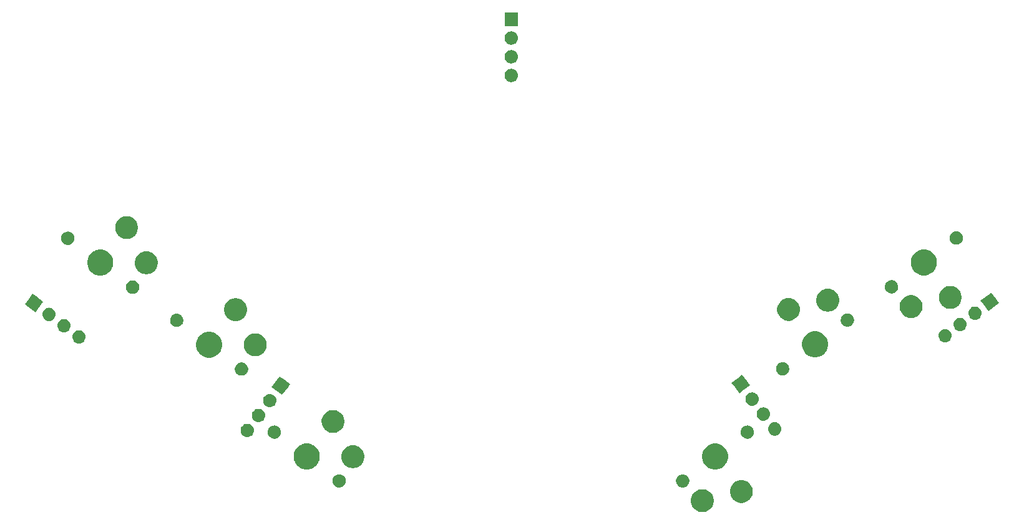
<source format=gbr>
G04 #@! TF.GenerationSoftware,KiCad,Pcbnew,(5.1.4)-1*
G04 #@! TF.CreationDate,2024-04-24T20:57:57-04:00*
G04 #@! TF.ProjectId,ThumbsUp,5468756d-6273-4557-902e-6b696361645f,rev?*
G04 #@! TF.SameCoordinates,Original*
G04 #@! TF.FileFunction,Soldermask,Top*
G04 #@! TF.FilePolarity,Negative*
%FSLAX46Y46*%
G04 Gerber Fmt 4.6, Leading zero omitted, Abs format (unit mm)*
G04 Created by KiCad (PCBNEW (5.1.4)-1) date 2024-04-24 20:57:57*
%MOMM*%
%LPD*%
G04 APERTURE LIST*
%ADD10C,0.100000*%
G04 APERTURE END LIST*
D10*
G36*
X382016214Y-32832760D02*
G01*
X382166039Y-32862562D01*
X382448303Y-32979479D01*
X382702334Y-33149217D01*
X382918370Y-33365253D01*
X383088108Y-33619284D01*
X383205025Y-33901548D01*
X383264629Y-34201198D01*
X383264629Y-34506718D01*
X383205025Y-34806368D01*
X383088108Y-35088632D01*
X382918370Y-35342663D01*
X382702334Y-35558699D01*
X382448303Y-35728437D01*
X382166039Y-35845354D01*
X382016214Y-35875156D01*
X381866390Y-35904958D01*
X381560868Y-35904958D01*
X381411044Y-35875156D01*
X381261219Y-35845354D01*
X380978955Y-35728437D01*
X380724924Y-35558699D01*
X380508888Y-35342663D01*
X380339150Y-35088632D01*
X380222233Y-34806368D01*
X380162629Y-34506718D01*
X380162629Y-34201198D01*
X380222233Y-33901548D01*
X380339150Y-33619284D01*
X380508888Y-33365253D01*
X380724924Y-33149217D01*
X380978955Y-32979479D01*
X381261219Y-32862562D01*
X381411044Y-32832760D01*
X381560868Y-32802958D01*
X381866390Y-32802958D01*
X382016214Y-32832760D01*
X382016214Y-32832760D01*
G37*
G36*
X387333384Y-31580683D02*
G01*
X387483209Y-31610485D01*
X387765473Y-31727402D01*
X388019504Y-31897140D01*
X388235540Y-32113176D01*
X388405278Y-32367207D01*
X388522195Y-32649471D01*
X388581799Y-32949121D01*
X388581799Y-33254641D01*
X388522195Y-33554291D01*
X388405278Y-33836555D01*
X388235540Y-34090586D01*
X388019504Y-34306622D01*
X387765473Y-34476360D01*
X387483209Y-34593277D01*
X387333384Y-34623079D01*
X387183560Y-34652881D01*
X386878038Y-34652881D01*
X386728214Y-34623079D01*
X386578389Y-34593277D01*
X386296125Y-34476360D01*
X386042094Y-34306622D01*
X385826058Y-34090586D01*
X385656320Y-33836555D01*
X385539403Y-33554291D01*
X385479799Y-33254641D01*
X385479799Y-32949121D01*
X385539403Y-32649471D01*
X385656320Y-32367207D01*
X385826058Y-32113176D01*
X386042094Y-31897140D01*
X386296125Y-31727402D01*
X386578389Y-31610485D01*
X386728214Y-31580683D01*
X386878038Y-31550881D01*
X387183560Y-31550881D01*
X387333384Y-31580683D01*
X387333384Y-31580683D01*
G37*
G36*
X332618447Y-30775413D02*
G01*
X332705570Y-30792742D01*
X332814993Y-30838067D01*
X332869706Y-30860730D01*
X333016428Y-30958766D01*
X333017423Y-30959431D01*
X333143047Y-31085055D01*
X333143049Y-31085058D01*
X333241748Y-31232772D01*
X333241748Y-31232773D01*
X333309736Y-31396908D01*
X333344395Y-31571154D01*
X333344395Y-31748812D01*
X333309736Y-31923058D01*
X333264411Y-32032481D01*
X333241748Y-32087194D01*
X333143712Y-32233916D01*
X333143047Y-32234911D01*
X333017423Y-32360535D01*
X333017420Y-32360537D01*
X332869706Y-32459236D01*
X332814993Y-32481899D01*
X332705570Y-32527224D01*
X332618447Y-32544554D01*
X332531326Y-32561883D01*
X332353664Y-32561883D01*
X332266543Y-32544553D01*
X332179420Y-32527224D01*
X332069997Y-32481899D01*
X332015284Y-32459236D01*
X331867570Y-32360537D01*
X331867567Y-32360535D01*
X331741943Y-32234911D01*
X331741278Y-32233916D01*
X331643242Y-32087194D01*
X331620579Y-32032481D01*
X331575254Y-31923058D01*
X331540595Y-31748812D01*
X331540595Y-31571154D01*
X331575254Y-31396908D01*
X331643242Y-31232773D01*
X331643242Y-31232772D01*
X331741941Y-31085058D01*
X331741943Y-31085055D01*
X331867567Y-30959431D01*
X331868562Y-30958766D01*
X332015284Y-30860730D01*
X332069997Y-30838067D01*
X332179420Y-30792742D01*
X332266543Y-30775413D01*
X332353664Y-30758083D01*
X332531326Y-30758083D01*
X332618447Y-30775413D01*
X332618447Y-30775413D01*
G37*
G36*
X379233457Y-30775413D02*
G01*
X379320580Y-30792742D01*
X379430003Y-30838067D01*
X379484716Y-30860730D01*
X379631438Y-30958766D01*
X379632433Y-30959431D01*
X379758057Y-31085055D01*
X379758059Y-31085058D01*
X379856758Y-31232772D01*
X379856758Y-31232773D01*
X379924746Y-31396908D01*
X379959405Y-31571154D01*
X379959405Y-31748812D01*
X379924746Y-31923058D01*
X379879421Y-32032481D01*
X379856758Y-32087194D01*
X379758722Y-32233916D01*
X379758057Y-32234911D01*
X379632433Y-32360535D01*
X379632430Y-32360537D01*
X379484716Y-32459236D01*
X379430003Y-32481899D01*
X379320580Y-32527224D01*
X379233457Y-32544554D01*
X379146336Y-32561883D01*
X378968674Y-32561883D01*
X378881553Y-32544553D01*
X378794430Y-32527224D01*
X378685007Y-32481899D01*
X378630294Y-32459236D01*
X378482580Y-32360537D01*
X378482577Y-32360535D01*
X378356953Y-32234911D01*
X378356288Y-32233916D01*
X378258252Y-32087194D01*
X378235589Y-32032481D01*
X378190264Y-31923058D01*
X378155605Y-31748812D01*
X378155605Y-31571154D01*
X378190264Y-31396908D01*
X378258252Y-31232773D01*
X378258252Y-31232772D01*
X378356951Y-31085058D01*
X378356953Y-31085055D01*
X378482577Y-30959431D01*
X378483572Y-30958766D01*
X378630294Y-30860730D01*
X378685007Y-30838067D01*
X378794430Y-30792742D01*
X378881553Y-30775413D01*
X378968674Y-30758083D01*
X379146336Y-30758083D01*
X379233457Y-30775413D01*
X379233457Y-30775413D01*
G37*
G36*
X328564976Y-26652347D02*
G01*
X328886276Y-26785434D01*
X328886278Y-26785435D01*
X328927819Y-26813192D01*
X329175440Y-26978647D01*
X329421353Y-27224560D01*
X329614566Y-27513724D01*
X329747653Y-27835024D01*
X329815500Y-28176112D01*
X329815500Y-28523888D01*
X329747653Y-28864976D01*
X329650773Y-29098864D01*
X329614565Y-29186278D01*
X329421353Y-29475440D01*
X329175440Y-29721353D01*
X328886278Y-29914565D01*
X328886277Y-29914566D01*
X328886276Y-29914566D01*
X328564976Y-30047653D01*
X328223888Y-30115500D01*
X327876112Y-30115500D01*
X327535024Y-30047653D01*
X327213724Y-29914566D01*
X327213723Y-29914566D01*
X327213722Y-29914565D01*
X326924560Y-29721353D01*
X326678647Y-29475440D01*
X326485435Y-29186278D01*
X326449227Y-29098864D01*
X326352347Y-28864976D01*
X326284500Y-28523888D01*
X326284500Y-28176112D01*
X326352347Y-27835024D01*
X326485434Y-27513724D01*
X326678647Y-27224560D01*
X326924560Y-26978647D01*
X327172181Y-26813192D01*
X327213722Y-26785435D01*
X327213724Y-26785434D01*
X327535024Y-26652347D01*
X327876112Y-26584500D01*
X328223888Y-26584500D01*
X328564976Y-26652347D01*
X328564976Y-26652347D01*
G37*
G36*
X383964976Y-26652347D02*
G01*
X384286276Y-26785434D01*
X384286278Y-26785435D01*
X384327819Y-26813192D01*
X384575440Y-26978647D01*
X384821353Y-27224560D01*
X385014566Y-27513724D01*
X385147653Y-27835024D01*
X385215500Y-28176112D01*
X385215500Y-28523888D01*
X385147653Y-28864976D01*
X385050773Y-29098864D01*
X385014565Y-29186278D01*
X384821353Y-29475440D01*
X384575440Y-29721353D01*
X384286278Y-29914565D01*
X384286277Y-29914566D01*
X384286276Y-29914566D01*
X383964976Y-30047653D01*
X383623888Y-30115500D01*
X383276112Y-30115500D01*
X382935024Y-30047653D01*
X382613724Y-29914566D01*
X382613723Y-29914566D01*
X382613722Y-29914565D01*
X382324560Y-29721353D01*
X382078647Y-29475440D01*
X381885435Y-29186278D01*
X381849227Y-29098864D01*
X381752347Y-28864976D01*
X381684500Y-28523888D01*
X381684500Y-28176112D01*
X381752347Y-27835024D01*
X381885434Y-27513724D01*
X382078647Y-27224560D01*
X382324560Y-26978647D01*
X382572181Y-26813192D01*
X382613722Y-26785435D01*
X382613724Y-26785434D01*
X382935024Y-26652347D01*
X383276112Y-26584500D01*
X383623888Y-26584500D01*
X383964976Y-26652347D01*
X383964976Y-26652347D01*
G37*
G36*
X334602569Y-26842994D02*
G01*
X334752394Y-26872796D01*
X335034658Y-26989713D01*
X335288689Y-27159451D01*
X335504725Y-27375487D01*
X335674463Y-27629518D01*
X335791380Y-27911782D01*
X335791380Y-27911783D01*
X335850984Y-28211431D01*
X335850984Y-28516953D01*
X335821182Y-28666777D01*
X335791380Y-28816602D01*
X335674463Y-29098866D01*
X335504725Y-29352897D01*
X335288689Y-29568933D01*
X335034658Y-29738671D01*
X334752394Y-29855588D01*
X334602569Y-29885390D01*
X334452745Y-29915192D01*
X334147223Y-29915192D01*
X333997399Y-29885390D01*
X333847574Y-29855588D01*
X333565310Y-29738671D01*
X333311279Y-29568933D01*
X333095243Y-29352897D01*
X332925505Y-29098866D01*
X332808588Y-28816602D01*
X332778786Y-28666777D01*
X332748984Y-28516953D01*
X332748984Y-28211431D01*
X332808588Y-27911783D01*
X332808588Y-27911782D01*
X332925505Y-27629518D01*
X333095243Y-27375487D01*
X333311279Y-27159451D01*
X333565310Y-26989713D01*
X333847574Y-26872796D01*
X333997399Y-26842994D01*
X334147223Y-26813192D01*
X334452745Y-26813192D01*
X334602569Y-26842994D01*
X334602569Y-26842994D01*
G37*
G36*
X388018447Y-24155446D02*
G01*
X388105570Y-24172776D01*
X388214993Y-24218101D01*
X388269706Y-24240764D01*
X388370998Y-24308445D01*
X388417423Y-24339465D01*
X388543047Y-24465089D01*
X388543049Y-24465092D01*
X388641748Y-24612806D01*
X388664411Y-24667519D01*
X388709736Y-24776942D01*
X388744395Y-24951188D01*
X388744395Y-25128846D01*
X388709736Y-25303092D01*
X388664411Y-25412515D01*
X388641748Y-25467228D01*
X388543712Y-25613950D01*
X388543047Y-25614945D01*
X388417423Y-25740569D01*
X388417420Y-25740571D01*
X388269706Y-25839270D01*
X388214993Y-25861933D01*
X388105570Y-25907258D01*
X388018447Y-25924587D01*
X387931326Y-25941917D01*
X387753664Y-25941917D01*
X387666543Y-25924587D01*
X387579420Y-25907258D01*
X387469997Y-25861933D01*
X387415284Y-25839270D01*
X387267570Y-25740571D01*
X387267567Y-25740569D01*
X387141943Y-25614945D01*
X387141278Y-25613950D01*
X387043242Y-25467228D01*
X387020579Y-25412515D01*
X386975254Y-25303092D01*
X386940595Y-25128846D01*
X386940595Y-24951188D01*
X386975254Y-24776942D01*
X387020579Y-24667519D01*
X387043242Y-24612806D01*
X387141941Y-24465092D01*
X387141943Y-24465089D01*
X387267567Y-24339465D01*
X387313992Y-24308445D01*
X387415284Y-24240764D01*
X387469997Y-24218101D01*
X387579420Y-24172776D01*
X387666543Y-24155446D01*
X387753664Y-24138117D01*
X387931326Y-24138117D01*
X388018447Y-24155446D01*
X388018447Y-24155446D01*
G37*
G36*
X323833457Y-24155446D02*
G01*
X323920580Y-24172776D01*
X324030003Y-24218101D01*
X324084716Y-24240764D01*
X324186008Y-24308445D01*
X324232433Y-24339465D01*
X324358057Y-24465089D01*
X324358059Y-24465092D01*
X324456758Y-24612806D01*
X324479421Y-24667519D01*
X324524746Y-24776942D01*
X324559405Y-24951188D01*
X324559405Y-25128846D01*
X324524746Y-25303092D01*
X324479421Y-25412515D01*
X324456758Y-25467228D01*
X324358722Y-25613950D01*
X324358057Y-25614945D01*
X324232433Y-25740569D01*
X324232430Y-25740571D01*
X324084716Y-25839270D01*
X324030003Y-25861933D01*
X323920580Y-25907258D01*
X323833457Y-25924587D01*
X323746336Y-25941917D01*
X323568674Y-25941917D01*
X323481553Y-25924587D01*
X323394430Y-25907258D01*
X323285007Y-25861933D01*
X323230294Y-25839270D01*
X323082580Y-25740571D01*
X323082577Y-25740569D01*
X322956953Y-25614945D01*
X322956288Y-25613950D01*
X322858252Y-25467228D01*
X322835589Y-25412515D01*
X322790264Y-25303092D01*
X322755605Y-25128846D01*
X322755605Y-24951188D01*
X322790264Y-24776942D01*
X322835589Y-24667519D01*
X322858252Y-24612806D01*
X322956951Y-24465092D01*
X322956953Y-24465089D01*
X323082577Y-24339465D01*
X323129002Y-24308445D01*
X323230294Y-24240764D01*
X323285007Y-24218101D01*
X323394430Y-24172776D01*
X323481553Y-24155446D01*
X323568674Y-24138117D01*
X323746336Y-24138117D01*
X323833457Y-24155446D01*
X323833457Y-24155446D01*
G37*
G36*
X320094726Y-23916954D02*
G01*
X320160911Y-23923473D01*
X320330750Y-23974993D01*
X320487275Y-24058658D01*
X320523013Y-24087988D01*
X320624470Y-24171250D01*
X320702530Y-24266368D01*
X320737062Y-24308445D01*
X320820727Y-24464970D01*
X320872247Y-24634809D01*
X320889643Y-24811436D01*
X320872247Y-24988063D01*
X320820727Y-25157902D01*
X320737062Y-25314427D01*
X320707732Y-25350165D01*
X320624470Y-25451622D01*
X320548663Y-25513834D01*
X320487275Y-25564214D01*
X320330750Y-25647879D01*
X320160911Y-25699399D01*
X320094727Y-25705917D01*
X320028544Y-25712436D01*
X319940024Y-25712436D01*
X319873842Y-25705918D01*
X319807657Y-25699399D01*
X319637818Y-25647879D01*
X319481293Y-25564214D01*
X319419905Y-25513834D01*
X319344098Y-25451622D01*
X319260836Y-25350165D01*
X319231506Y-25314427D01*
X319147841Y-25157902D01*
X319096321Y-24988063D01*
X319078925Y-24811436D01*
X319096321Y-24634809D01*
X319147841Y-24464970D01*
X319231506Y-24308445D01*
X319266038Y-24266368D01*
X319344098Y-24171250D01*
X319445555Y-24087988D01*
X319481293Y-24058658D01*
X319637818Y-23974993D01*
X319807657Y-23923473D01*
X319873841Y-23916955D01*
X319940024Y-23910436D01*
X320028544Y-23910436D01*
X320094726Y-23916954D01*
X320094726Y-23916954D01*
G37*
G36*
X391654085Y-23718352D02*
G01*
X391720270Y-23724871D01*
X391890109Y-23776391D01*
X392046634Y-23860056D01*
X392082372Y-23889386D01*
X392183829Y-23972648D01*
X392267091Y-24074105D01*
X392296421Y-24109843D01*
X392380086Y-24266368D01*
X392431606Y-24436207D01*
X392449002Y-24612834D01*
X392431606Y-24789461D01*
X392380086Y-24959300D01*
X392296421Y-25115825D01*
X392285733Y-25128848D01*
X392183829Y-25253020D01*
X392109003Y-25314427D01*
X392046634Y-25365612D01*
X391890109Y-25449277D01*
X391720270Y-25500797D01*
X391654086Y-25507315D01*
X391587903Y-25513834D01*
X391499383Y-25513834D01*
X391433200Y-25507315D01*
X391367016Y-25500797D01*
X391197177Y-25449277D01*
X391040652Y-25365612D01*
X390978283Y-25314427D01*
X390903457Y-25253020D01*
X390801553Y-25128848D01*
X390790865Y-25115825D01*
X390707200Y-24959300D01*
X390655680Y-24789461D01*
X390638284Y-24612834D01*
X390655680Y-24436207D01*
X390707200Y-24266368D01*
X390790865Y-24109843D01*
X390820195Y-24074105D01*
X390903457Y-23972648D01*
X391004914Y-23889386D01*
X391040652Y-23860056D01*
X391197177Y-23776391D01*
X391367016Y-23724871D01*
X391433201Y-23718352D01*
X391499383Y-23711834D01*
X391587903Y-23711834D01*
X391654085Y-23718352D01*
X391654085Y-23718352D01*
G37*
G36*
X331933384Y-22076921D02*
G01*
X332083209Y-22106723D01*
X332365473Y-22223640D01*
X332619504Y-22393378D01*
X332835540Y-22609414D01*
X333005278Y-22863445D01*
X333122195Y-23145709D01*
X333122195Y-23145710D01*
X333181799Y-23445358D01*
X333181799Y-23750880D01*
X333176724Y-23776392D01*
X333122195Y-24050529D01*
X333005278Y-24332793D01*
X332835540Y-24586824D01*
X332619504Y-24802860D01*
X332365473Y-24972598D01*
X332083209Y-25089515D01*
X331950939Y-25115825D01*
X331783560Y-25149119D01*
X331478038Y-25149119D01*
X331310659Y-25115825D01*
X331178389Y-25089515D01*
X330896125Y-24972598D01*
X330642094Y-24802860D01*
X330426058Y-24586824D01*
X330256320Y-24332793D01*
X330139403Y-24050529D01*
X330084874Y-23776392D01*
X330079799Y-23750880D01*
X330079799Y-23445358D01*
X330139403Y-23145710D01*
X330139403Y-23145709D01*
X330256320Y-22863445D01*
X330426058Y-22609414D01*
X330642094Y-22393378D01*
X330896125Y-22223640D01*
X331178389Y-22106723D01*
X331328214Y-22076921D01*
X331478038Y-22047119D01*
X331783560Y-22047119D01*
X331933384Y-22076921D01*
X331933384Y-22076921D01*
G37*
G36*
X321623337Y-21888420D02*
G01*
X321689521Y-21894938D01*
X321859360Y-21946458D01*
X322015885Y-22030123D01*
X322051623Y-22059453D01*
X322153080Y-22142715D01*
X322231140Y-22237833D01*
X322265672Y-22279910D01*
X322349337Y-22436435D01*
X322400857Y-22606274D01*
X322418253Y-22782901D01*
X322400857Y-22959528D01*
X322349337Y-23129367D01*
X322265672Y-23285892D01*
X322236342Y-23321630D01*
X322153080Y-23423087D01*
X322077273Y-23485299D01*
X322015885Y-23535679D01*
X321859360Y-23619344D01*
X321689521Y-23670864D01*
X321623337Y-23677382D01*
X321557154Y-23683901D01*
X321468634Y-23683901D01*
X321402452Y-23677383D01*
X321336267Y-23670864D01*
X321166428Y-23619344D01*
X321009903Y-23535679D01*
X320948515Y-23485299D01*
X320872708Y-23423087D01*
X320789446Y-23321630D01*
X320760116Y-23285892D01*
X320676451Y-23129367D01*
X320624931Y-22959528D01*
X320607535Y-22782901D01*
X320624931Y-22606274D01*
X320676451Y-22436435D01*
X320760116Y-22279910D01*
X320794648Y-22237833D01*
X320872708Y-22142715D01*
X320974165Y-22059453D01*
X321009903Y-22030123D01*
X321166428Y-21946458D01*
X321336267Y-21894938D01*
X321402451Y-21888420D01*
X321468634Y-21881901D01*
X321557154Y-21881901D01*
X321623337Y-21888420D01*
X321623337Y-21888420D01*
G37*
G36*
X390125476Y-21689818D02*
G01*
X390191660Y-21696336D01*
X390361499Y-21747856D01*
X390518024Y-21831521D01*
X390553762Y-21860851D01*
X390655219Y-21944113D01*
X390738481Y-22045570D01*
X390767811Y-22081308D01*
X390851476Y-22237833D01*
X390902996Y-22407672D01*
X390920392Y-22584299D01*
X390902996Y-22760926D01*
X390851476Y-22930765D01*
X390767811Y-23087290D01*
X390738481Y-23123028D01*
X390655219Y-23224485D01*
X390580393Y-23285892D01*
X390518024Y-23337077D01*
X390361499Y-23420742D01*
X390191660Y-23472262D01*
X390125476Y-23478780D01*
X390059293Y-23485299D01*
X389970773Y-23485299D01*
X389904590Y-23478780D01*
X389838406Y-23472262D01*
X389668567Y-23420742D01*
X389512042Y-23337077D01*
X389449673Y-23285892D01*
X389374847Y-23224485D01*
X389291585Y-23123028D01*
X389262255Y-23087290D01*
X389178590Y-22930765D01*
X389127070Y-22760926D01*
X389109674Y-22584299D01*
X389127070Y-22407672D01*
X389178590Y-22237833D01*
X389262255Y-22081308D01*
X389291585Y-22045570D01*
X389374847Y-21944113D01*
X389476304Y-21860851D01*
X389512042Y-21831521D01*
X389668567Y-21747856D01*
X389838406Y-21696336D01*
X389904590Y-21689818D01*
X389970773Y-21683299D01*
X390059293Y-21683299D01*
X390125476Y-21689818D01*
X390125476Y-21689818D01*
G37*
G36*
X323151946Y-19859885D02*
G01*
X323218131Y-19866404D01*
X323387970Y-19917924D01*
X323544495Y-20001589D01*
X323580233Y-20030919D01*
X323681690Y-20114181D01*
X323759750Y-20209299D01*
X323794282Y-20251376D01*
X323877947Y-20407901D01*
X323929467Y-20577740D01*
X323946863Y-20754367D01*
X323929467Y-20930994D01*
X323877947Y-21100833D01*
X323794282Y-21257358D01*
X323764952Y-21293096D01*
X323681690Y-21394553D01*
X323605883Y-21456765D01*
X323544495Y-21507145D01*
X323387970Y-21590810D01*
X323218131Y-21642330D01*
X323151947Y-21648848D01*
X323085764Y-21655367D01*
X322997244Y-21655367D01*
X322931061Y-21648848D01*
X322864877Y-21642330D01*
X322695038Y-21590810D01*
X322538513Y-21507145D01*
X322477125Y-21456765D01*
X322401318Y-21394553D01*
X322318056Y-21293096D01*
X322288726Y-21257358D01*
X322205061Y-21100833D01*
X322153541Y-20930994D01*
X322136145Y-20754367D01*
X322153541Y-20577740D01*
X322205061Y-20407901D01*
X322288726Y-20251376D01*
X322323258Y-20209299D01*
X322401318Y-20114181D01*
X322502775Y-20030919D01*
X322538513Y-20001589D01*
X322695038Y-19917924D01*
X322864877Y-19866404D01*
X322931061Y-19859886D01*
X322997244Y-19853367D01*
X323085764Y-19853367D01*
X323151946Y-19859885D01*
X323151946Y-19859885D01*
G37*
G36*
X388596865Y-19661283D02*
G01*
X388663050Y-19667802D01*
X388832889Y-19719322D01*
X388989414Y-19802987D01*
X389025152Y-19832317D01*
X389126609Y-19915579D01*
X389209871Y-20017036D01*
X389239201Y-20052774D01*
X389322866Y-20209299D01*
X389374386Y-20379138D01*
X389391782Y-20555765D01*
X389374386Y-20732392D01*
X389322866Y-20902231D01*
X389239201Y-21058756D01*
X389209871Y-21094494D01*
X389126609Y-21195951D01*
X389051783Y-21257358D01*
X388989414Y-21308543D01*
X388832889Y-21392208D01*
X388663050Y-21443728D01*
X388596865Y-21450247D01*
X388530683Y-21456765D01*
X388442163Y-21456765D01*
X388375981Y-21450247D01*
X388309796Y-21443728D01*
X388139957Y-21392208D01*
X387983432Y-21308543D01*
X387921063Y-21257358D01*
X387846237Y-21195951D01*
X387762975Y-21094494D01*
X387733645Y-21058756D01*
X387649980Y-20902231D01*
X387598460Y-20732392D01*
X387581064Y-20555765D01*
X387598460Y-20379138D01*
X387649980Y-20209299D01*
X387733645Y-20052774D01*
X387762975Y-20017036D01*
X387846237Y-19915579D01*
X387947694Y-19832317D01*
X387983432Y-19802987D01*
X388139957Y-19719322D01*
X388309796Y-19667802D01*
X388375980Y-19661284D01*
X388442163Y-19654765D01*
X388530683Y-19654765D01*
X388596865Y-19661283D01*
X388596865Y-19661283D01*
G37*
G36*
X325011220Y-17930056D02*
G01*
X325831920Y-18548497D01*
X325831920Y-18548498D01*
X325564657Y-18903168D01*
X324747450Y-19987639D01*
X324747449Y-19987639D01*
X324129008Y-19521610D01*
X323308308Y-18903169D01*
X323308308Y-18903168D01*
X323774337Y-18284727D01*
X324392778Y-17464027D01*
X324392779Y-17464027D01*
X325011220Y-17930056D01*
X325011220Y-17930056D01*
G37*
G36*
X387753590Y-18086125D02*
G01*
X388219619Y-18704566D01*
X388219619Y-18704567D01*
X387398919Y-19323008D01*
X386780478Y-19789037D01*
X386780477Y-19789037D01*
X385963270Y-18704566D01*
X385696007Y-18349896D01*
X385696007Y-18349895D01*
X386516707Y-17731454D01*
X387135148Y-17265425D01*
X387135149Y-17265425D01*
X387753590Y-18086125D01*
X387753590Y-18086125D01*
G37*
G36*
X319375711Y-15586652D02*
G01*
X319462834Y-15603982D01*
X319548264Y-15639369D01*
X319626970Y-15671970D01*
X319725893Y-15738068D01*
X319774687Y-15770671D01*
X319900311Y-15896295D01*
X319900313Y-15896298D01*
X319999012Y-16044012D01*
X319999012Y-16044013D01*
X320067000Y-16208148D01*
X320067000Y-16208150D01*
X320095175Y-16349793D01*
X320101659Y-16382394D01*
X320101659Y-16560052D01*
X320067000Y-16734298D01*
X320021675Y-16843721D01*
X319999012Y-16898434D01*
X319922096Y-17013547D01*
X319900311Y-17046151D01*
X319774687Y-17171775D01*
X319774684Y-17171777D01*
X319626970Y-17270476D01*
X319572257Y-17293139D01*
X319462834Y-17338464D01*
X319375711Y-17355793D01*
X319288590Y-17373123D01*
X319110928Y-17373123D01*
X319023807Y-17355793D01*
X318936684Y-17338464D01*
X318827261Y-17293139D01*
X318772548Y-17270476D01*
X318624834Y-17171777D01*
X318624831Y-17171775D01*
X318499207Y-17046151D01*
X318477422Y-17013547D01*
X318400506Y-16898434D01*
X318377843Y-16843721D01*
X318332518Y-16734298D01*
X318297859Y-16560052D01*
X318297859Y-16382394D01*
X318304344Y-16349793D01*
X318332518Y-16208150D01*
X318332518Y-16208148D01*
X318400506Y-16044013D01*
X318400506Y-16044012D01*
X318499205Y-15896298D01*
X318499207Y-15896295D01*
X318624831Y-15770671D01*
X318673625Y-15738068D01*
X318772548Y-15671970D01*
X318851254Y-15639369D01*
X318936684Y-15603982D01*
X319023807Y-15586652D01*
X319110928Y-15569323D01*
X319288590Y-15569323D01*
X319375711Y-15586652D01*
X319375711Y-15586652D01*
G37*
G36*
X392798488Y-15554051D02*
G01*
X392885611Y-15571381D01*
X392995034Y-15616706D01*
X393049747Y-15639369D01*
X393196469Y-15737405D01*
X393197464Y-15738070D01*
X393323088Y-15863694D01*
X393323090Y-15863697D01*
X393421789Y-16011411D01*
X393421789Y-16011412D01*
X393489777Y-16175547D01*
X393496262Y-16208150D01*
X393524436Y-16349791D01*
X393524436Y-16527453D01*
X393517951Y-16560054D01*
X393489777Y-16701697D01*
X393444452Y-16811120D01*
X393421789Y-16865833D01*
X393323753Y-17012555D01*
X393323088Y-17013550D01*
X393197464Y-17139174D01*
X393197461Y-17139176D01*
X393049747Y-17237875D01*
X392995034Y-17260538D01*
X392885611Y-17305863D01*
X392798488Y-17323193D01*
X392711367Y-17340522D01*
X392533705Y-17340522D01*
X392446584Y-17323193D01*
X392359461Y-17305863D01*
X392250038Y-17260538D01*
X392195325Y-17237875D01*
X392047611Y-17139176D01*
X392047608Y-17139174D01*
X391921984Y-17013550D01*
X391921319Y-17012555D01*
X391823283Y-16865833D01*
X391800620Y-16811120D01*
X391755295Y-16701697D01*
X391727121Y-16560054D01*
X391720636Y-16527453D01*
X391720636Y-16349791D01*
X391748810Y-16208150D01*
X391755295Y-16175547D01*
X391823283Y-16011412D01*
X391823283Y-16011411D01*
X391921982Y-15863697D01*
X391921984Y-15863694D01*
X392047608Y-15738070D01*
X392048603Y-15737405D01*
X392195325Y-15639369D01*
X392250038Y-15616706D01*
X392359461Y-15571381D01*
X392446584Y-15554051D01*
X392533705Y-15536722D01*
X392711367Y-15536722D01*
X392798488Y-15554051D01*
X392798488Y-15554051D01*
G37*
G36*
X315322240Y-11463587D02*
G01*
X315643540Y-11596674D01*
X315643542Y-11596675D01*
X315932704Y-11789887D01*
X316178617Y-12035800D01*
X316351391Y-12294374D01*
X316371830Y-12324964D01*
X316504917Y-12646264D01*
X316572764Y-12987352D01*
X316572764Y-13335128D01*
X316504917Y-13676216D01*
X316408037Y-13910104D01*
X316371829Y-13997518D01*
X316178617Y-14286680D01*
X315932704Y-14532593D01*
X315643542Y-14725805D01*
X315643541Y-14725806D01*
X315643540Y-14725806D01*
X315322240Y-14858893D01*
X314981152Y-14926740D01*
X314633376Y-14926740D01*
X314292288Y-14858893D01*
X313970988Y-14725806D01*
X313970987Y-14725806D01*
X313970986Y-14725805D01*
X313681824Y-14532593D01*
X313435911Y-14286680D01*
X313242699Y-13997518D01*
X313206491Y-13910104D01*
X313109611Y-13676216D01*
X313041764Y-13335128D01*
X313041764Y-12987352D01*
X313109611Y-12646264D01*
X313242698Y-12324964D01*
X313263138Y-12294374D01*
X313435911Y-12035800D01*
X313681824Y-11789887D01*
X313970986Y-11596675D01*
X313970988Y-11596674D01*
X314292288Y-11463587D01*
X314633376Y-11395740D01*
X314981152Y-11395740D01*
X315322240Y-11463587D01*
X315322240Y-11463587D01*
G37*
G36*
X397530007Y-11430986D02*
G01*
X397851307Y-11564073D01*
X397851309Y-11564074D01*
X398140471Y-11757286D01*
X398386384Y-12003199D01*
X398509014Y-12186727D01*
X398579597Y-12292363D01*
X398712684Y-12613663D01*
X398780531Y-12954751D01*
X398780531Y-13302527D01*
X398712684Y-13643615D01*
X398579597Y-13964915D01*
X398579596Y-13964917D01*
X398386384Y-14254079D01*
X398140471Y-14499992D01*
X397851309Y-14693204D01*
X397851308Y-14693205D01*
X397851307Y-14693205D01*
X397530007Y-14826292D01*
X397188919Y-14894139D01*
X396841143Y-14894139D01*
X396500055Y-14826292D01*
X396178755Y-14693205D01*
X396178754Y-14693205D01*
X396178753Y-14693204D01*
X395889591Y-14499992D01*
X395643678Y-14254079D01*
X395450466Y-13964917D01*
X395450465Y-13964915D01*
X395317378Y-13643615D01*
X395249531Y-13302527D01*
X395249531Y-12954751D01*
X395317378Y-12613663D01*
X395450465Y-12292363D01*
X395521049Y-12186727D01*
X395643678Y-12003199D01*
X395889591Y-11757286D01*
X396178753Y-11564074D01*
X396178755Y-11564073D01*
X396500055Y-11430986D01*
X396841143Y-11363139D01*
X397188919Y-11363139D01*
X397530007Y-11430986D01*
X397530007Y-11430986D01*
G37*
G36*
X321359833Y-11654234D02*
G01*
X321509658Y-11684036D01*
X321791922Y-11800953D01*
X322045953Y-11970691D01*
X322261989Y-12186727D01*
X322431727Y-12440758D01*
X322548644Y-12723022D01*
X322548644Y-12723023D01*
X322608248Y-13022671D01*
X322608248Y-13328193D01*
X322578446Y-13478017D01*
X322548644Y-13627842D01*
X322431727Y-13910106D01*
X322261989Y-14164137D01*
X322045953Y-14380173D01*
X321791922Y-14549911D01*
X321509658Y-14666828D01*
X321377057Y-14693204D01*
X321210009Y-14726432D01*
X320904487Y-14726432D01*
X320737439Y-14693204D01*
X320604838Y-14666828D01*
X320322574Y-14549911D01*
X320068543Y-14380173D01*
X319852507Y-14164137D01*
X319682769Y-13910106D01*
X319565852Y-13627842D01*
X319536050Y-13478017D01*
X319506248Y-13328193D01*
X319506248Y-13022671D01*
X319565852Y-12723023D01*
X319565852Y-12723022D01*
X319682769Y-12440758D01*
X319852507Y-12186727D01*
X320068543Y-11970691D01*
X320322574Y-11800953D01*
X320604838Y-11684036D01*
X320754663Y-11654234D01*
X320904487Y-11624432D01*
X321210009Y-11624432D01*
X321359833Y-11654234D01*
X321359833Y-11654234D01*
G37*
G36*
X297253061Y-11207030D02*
G01*
X297319245Y-11213548D01*
X297489084Y-11265068D01*
X297645609Y-11348733D01*
X297681347Y-11378063D01*
X297782804Y-11461325D01*
X297866066Y-11562782D01*
X297895396Y-11598520D01*
X297979061Y-11755045D01*
X298030581Y-11924884D01*
X298047977Y-12101511D01*
X298030581Y-12278138D01*
X297979061Y-12447977D01*
X297895396Y-12604502D01*
X297866066Y-12640240D01*
X297782804Y-12741697D01*
X297681347Y-12824959D01*
X297645609Y-12854289D01*
X297489084Y-12937954D01*
X297319245Y-12989474D01*
X297253061Y-12995992D01*
X297186878Y-13002511D01*
X297098358Y-13002511D01*
X297032175Y-12995992D01*
X296965991Y-12989474D01*
X296796152Y-12937954D01*
X296639627Y-12854289D01*
X296603889Y-12824959D01*
X296502432Y-12741697D01*
X296419170Y-12640240D01*
X296389840Y-12604502D01*
X296306175Y-12447977D01*
X296254655Y-12278138D01*
X296237259Y-12101511D01*
X296254655Y-11924884D01*
X296306175Y-11755045D01*
X296389840Y-11598520D01*
X296419170Y-11562782D01*
X296502432Y-11461325D01*
X296603889Y-11378063D01*
X296639627Y-11348733D01*
X296796152Y-11265068D01*
X296965991Y-11213548D01*
X297032175Y-11207030D01*
X297098358Y-11200511D01*
X297186878Y-11200511D01*
X297253061Y-11207030D01*
X297253061Y-11207030D01*
G37*
G36*
X414775584Y-11053425D02*
G01*
X414841768Y-11059943D01*
X415011607Y-11111463D01*
X415168132Y-11195128D01*
X415203870Y-11224458D01*
X415305327Y-11307720D01*
X415377562Y-11395740D01*
X415417919Y-11444915D01*
X415501584Y-11601440D01*
X415553104Y-11771279D01*
X415570500Y-11947906D01*
X415553104Y-12124533D01*
X415501584Y-12294372D01*
X415417919Y-12450897D01*
X415388589Y-12486635D01*
X415305327Y-12588092D01*
X415203870Y-12671354D01*
X415168132Y-12700684D01*
X415011607Y-12784349D01*
X414841768Y-12835869D01*
X414775583Y-12842388D01*
X414709401Y-12848906D01*
X414620881Y-12848906D01*
X414554699Y-12842388D01*
X414488514Y-12835869D01*
X414318675Y-12784349D01*
X414162150Y-12700684D01*
X414126412Y-12671354D01*
X414024955Y-12588092D01*
X413941693Y-12486635D01*
X413912363Y-12450897D01*
X413828698Y-12294372D01*
X413777178Y-12124533D01*
X413759782Y-11947906D01*
X413777178Y-11771279D01*
X413828698Y-11601440D01*
X413912363Y-11444915D01*
X413952720Y-11395740D01*
X414024955Y-11307720D01*
X414126412Y-11224458D01*
X414162150Y-11195128D01*
X414318675Y-11111463D01*
X414488514Y-11059943D01*
X414554698Y-11053425D01*
X414620881Y-11046906D01*
X414709401Y-11046906D01*
X414775584Y-11053425D01*
X414775584Y-11053425D01*
G37*
G36*
X295224526Y-9678420D02*
G01*
X295290710Y-9684938D01*
X295460549Y-9736458D01*
X295617074Y-9820123D01*
X295652812Y-9849453D01*
X295754269Y-9932715D01*
X295837531Y-10034172D01*
X295866861Y-10069910D01*
X295950526Y-10226435D01*
X296002046Y-10396274D01*
X296019442Y-10572901D01*
X296002046Y-10749528D01*
X295950526Y-10919367D01*
X295866861Y-11075892D01*
X295837668Y-11111463D01*
X295754269Y-11213087D01*
X295652812Y-11296349D01*
X295617074Y-11325679D01*
X295460549Y-11409344D01*
X295290710Y-11460864D01*
X295224525Y-11467383D01*
X295158343Y-11473901D01*
X295069823Y-11473901D01*
X295003641Y-11467383D01*
X294937456Y-11460864D01*
X294767617Y-11409344D01*
X294611092Y-11325679D01*
X294575354Y-11296349D01*
X294473897Y-11213087D01*
X294390498Y-11111463D01*
X294361305Y-11075892D01*
X294277640Y-10919367D01*
X294226120Y-10749528D01*
X294208724Y-10572901D01*
X294226120Y-10396274D01*
X294277640Y-10226435D01*
X294361305Y-10069910D01*
X294390635Y-10034172D01*
X294473897Y-9932715D01*
X294575354Y-9849453D01*
X294611092Y-9820123D01*
X294767617Y-9736458D01*
X294937456Y-9684938D01*
X295003640Y-9678420D01*
X295069823Y-9671901D01*
X295158343Y-9671901D01*
X295224526Y-9678420D01*
X295224526Y-9678420D01*
G37*
G36*
X416804118Y-9524814D02*
G01*
X416870303Y-9531333D01*
X417040142Y-9582853D01*
X417196667Y-9666518D01*
X417232405Y-9695848D01*
X417333862Y-9779110D01*
X417406937Y-9868154D01*
X417446454Y-9916305D01*
X417530119Y-10072830D01*
X417581639Y-10242669D01*
X417599035Y-10419296D01*
X417581639Y-10595923D01*
X417530119Y-10765762D01*
X417446454Y-10922287D01*
X417417124Y-10958025D01*
X417333862Y-11059482D01*
X417232405Y-11142744D01*
X417196667Y-11172074D01*
X417040142Y-11255739D01*
X416870303Y-11307259D01*
X416804118Y-11313778D01*
X416737936Y-11320296D01*
X416649416Y-11320296D01*
X416583234Y-11313778D01*
X416517049Y-11307259D01*
X416347210Y-11255739D01*
X416190685Y-11172074D01*
X416154947Y-11142744D01*
X416053490Y-11059482D01*
X415970228Y-10958025D01*
X415940898Y-10922287D01*
X415857233Y-10765762D01*
X415805713Y-10595923D01*
X415788317Y-10419296D01*
X415805713Y-10242669D01*
X415857233Y-10072830D01*
X415940898Y-9916305D01*
X415980415Y-9868154D01*
X416053490Y-9779110D01*
X416154947Y-9695848D01*
X416190685Y-9666518D01*
X416347210Y-9582853D01*
X416517049Y-9531333D01*
X416583234Y-9524814D01*
X416649416Y-9518296D01*
X416737936Y-9518296D01*
X416804118Y-9524814D01*
X416804118Y-9524814D01*
G37*
G36*
X310590721Y-8966686D02*
G01*
X310677844Y-8984016D01*
X310763274Y-9019403D01*
X310841980Y-9052004D01*
X310940903Y-9118102D01*
X310989697Y-9150705D01*
X311115321Y-9276329D01*
X311115323Y-9276332D01*
X311214022Y-9424046D01*
X311214022Y-9424047D01*
X311282010Y-9588182D01*
X311282010Y-9588184D01*
X311311504Y-9736458D01*
X311316669Y-9762428D01*
X311316669Y-9940086D01*
X311282010Y-10114332D01*
X311236685Y-10223755D01*
X311214022Y-10278468D01*
X311137106Y-10393581D01*
X311115321Y-10426185D01*
X310989697Y-10551809D01*
X310989694Y-10551811D01*
X310841980Y-10650510D01*
X310787267Y-10673173D01*
X310677844Y-10718498D01*
X310590721Y-10735828D01*
X310503600Y-10753157D01*
X310325938Y-10753157D01*
X310238817Y-10735828D01*
X310151694Y-10718498D01*
X310042271Y-10673173D01*
X309987558Y-10650510D01*
X309839844Y-10551811D01*
X309839841Y-10551809D01*
X309714217Y-10426185D01*
X309692432Y-10393581D01*
X309615516Y-10278468D01*
X309592853Y-10223755D01*
X309547528Y-10114332D01*
X309512869Y-9940086D01*
X309512869Y-9762428D01*
X309518035Y-9736458D01*
X309547528Y-9588184D01*
X309547528Y-9588182D01*
X309615516Y-9424047D01*
X309615516Y-9424046D01*
X309714215Y-9276332D01*
X309714217Y-9276329D01*
X309839841Y-9150705D01*
X309888635Y-9118102D01*
X309987558Y-9052004D01*
X310066264Y-9019403D01*
X310151694Y-8984016D01*
X310238817Y-8966686D01*
X310325938Y-8949357D01*
X310503600Y-8949357D01*
X310590721Y-8966686D01*
X310590721Y-8966686D01*
G37*
G36*
X401583478Y-8934086D02*
G01*
X401670601Y-8951415D01*
X401758255Y-8987723D01*
X401834737Y-9019403D01*
X401972466Y-9111430D01*
X401982454Y-9118104D01*
X402108078Y-9243728D01*
X402108080Y-9243731D01*
X402206779Y-9391445D01*
X402220283Y-9424046D01*
X402274767Y-9555581D01*
X402281252Y-9588184D01*
X402309426Y-9729825D01*
X402309426Y-9907487D01*
X402302941Y-9940088D01*
X402274767Y-10081731D01*
X402229442Y-10191154D01*
X402206779Y-10245867D01*
X402108743Y-10392589D01*
X402108078Y-10393584D01*
X401982454Y-10519208D01*
X401982451Y-10519210D01*
X401834737Y-10617909D01*
X401780024Y-10640572D01*
X401670601Y-10685897D01*
X401583478Y-10703227D01*
X401496357Y-10720556D01*
X401318695Y-10720556D01*
X401231574Y-10703227D01*
X401144451Y-10685897D01*
X401035028Y-10640572D01*
X400980315Y-10617909D01*
X400832601Y-10519210D01*
X400832598Y-10519208D01*
X400706974Y-10393584D01*
X400706309Y-10392589D01*
X400608273Y-10245867D01*
X400585610Y-10191154D01*
X400540285Y-10081731D01*
X400512111Y-9940088D01*
X400505626Y-9907487D01*
X400505626Y-9729825D01*
X400533800Y-9588184D01*
X400540285Y-9555581D01*
X400594769Y-9424046D01*
X400608273Y-9391445D01*
X400706972Y-9243731D01*
X400706974Y-9243728D01*
X400832598Y-9118104D01*
X400842586Y-9111430D01*
X400980315Y-9019403D01*
X401056797Y-8987723D01*
X401144451Y-8951415D01*
X401231574Y-8934086D01*
X401318695Y-8916756D01*
X401496357Y-8916756D01*
X401583478Y-8934086D01*
X401583478Y-8934086D01*
G37*
G36*
X318690648Y-6888161D02*
G01*
X318840473Y-6917963D01*
X319122737Y-7034880D01*
X319376768Y-7204618D01*
X319592804Y-7420654D01*
X319762542Y-7674685D01*
X319879459Y-7956949D01*
X319939063Y-8256599D01*
X319939063Y-8562119D01*
X319879459Y-8861769D01*
X319762542Y-9144033D01*
X319592804Y-9398064D01*
X319376768Y-9614100D01*
X319122737Y-9783838D01*
X318840473Y-9900755D01*
X318690648Y-9930557D01*
X318540824Y-9960359D01*
X318235302Y-9960359D01*
X318085478Y-9930557D01*
X317935653Y-9900755D01*
X317653389Y-9783838D01*
X317399358Y-9614100D01*
X317183322Y-9398064D01*
X317013584Y-9144033D01*
X316896667Y-8861769D01*
X316837063Y-8562119D01*
X316837063Y-8256599D01*
X316896667Y-7956949D01*
X317013584Y-7674685D01*
X317183322Y-7420654D01*
X317399358Y-7204618D01*
X317653389Y-7034880D01*
X317935653Y-6917963D01*
X318085478Y-6888161D01*
X318235302Y-6858359D01*
X318540824Y-6858359D01*
X318690648Y-6888161D01*
X318690648Y-6888161D01*
G37*
G36*
X293195992Y-8149810D02*
G01*
X293262176Y-8156328D01*
X293432015Y-8207848D01*
X293432017Y-8207849D01*
X293462229Y-8223998D01*
X293588540Y-8291513D01*
X293624278Y-8320843D01*
X293725735Y-8404105D01*
X293803743Y-8499160D01*
X293838327Y-8541300D01*
X293921992Y-8697825D01*
X293973512Y-8867664D01*
X293990908Y-9044291D01*
X293973512Y-9220918D01*
X293921992Y-9390757D01*
X293838327Y-9547282D01*
X293831516Y-9555581D01*
X293725735Y-9684477D01*
X293644386Y-9751237D01*
X293588540Y-9797069D01*
X293432015Y-9880734D01*
X293262176Y-9932254D01*
X293195992Y-9938772D01*
X293129809Y-9945291D01*
X293041289Y-9945291D01*
X292975106Y-9938772D01*
X292908922Y-9932254D01*
X292739083Y-9880734D01*
X292582558Y-9797069D01*
X292526712Y-9751237D01*
X292445363Y-9684477D01*
X292339582Y-9555581D01*
X292332771Y-9547282D01*
X292249106Y-9390757D01*
X292197586Y-9220918D01*
X292180190Y-9044291D01*
X292197586Y-8867664D01*
X292249106Y-8697825D01*
X292332771Y-8541300D01*
X292367355Y-8499160D01*
X292445363Y-8404105D01*
X292546820Y-8320843D01*
X292582558Y-8291513D01*
X292708869Y-8223998D01*
X292739081Y-8207849D01*
X292739083Y-8207848D01*
X292908922Y-8156328D01*
X292975106Y-8149810D01*
X293041289Y-8143291D01*
X293129809Y-8143291D01*
X293195992Y-8149810D01*
X293195992Y-8149810D01*
G37*
G36*
X393736817Y-6855560D02*
G01*
X393886642Y-6885362D01*
X394168906Y-7002279D01*
X394422937Y-7172017D01*
X394638973Y-7388053D01*
X394808711Y-7642084D01*
X394925628Y-7924348D01*
X394941218Y-8002723D01*
X394985232Y-8223997D01*
X394985232Y-8529519D01*
X394982888Y-8541302D01*
X394925628Y-8829168D01*
X394808711Y-9111432D01*
X394638973Y-9365463D01*
X394422937Y-9581499D01*
X394168906Y-9751237D01*
X393886642Y-9868154D01*
X393736817Y-9897956D01*
X393586993Y-9927758D01*
X393281471Y-9927758D01*
X393131647Y-9897956D01*
X392981822Y-9868154D01*
X392699558Y-9751237D01*
X392445527Y-9581499D01*
X392229491Y-9365463D01*
X392059753Y-9111432D01*
X391942836Y-8829168D01*
X391885576Y-8541302D01*
X391883232Y-8529519D01*
X391883232Y-8223997D01*
X391927246Y-8002723D01*
X391942836Y-7924348D01*
X392059753Y-7642084D01*
X392229491Y-7388053D01*
X392445527Y-7172017D01*
X392699558Y-7002279D01*
X392981822Y-6885362D01*
X393131647Y-6855560D01*
X393281471Y-6825758D01*
X393586993Y-6825758D01*
X393736817Y-6855560D01*
X393736817Y-6855560D01*
G37*
G36*
X418832653Y-7996205D02*
G01*
X418898837Y-8002723D01*
X419068676Y-8054243D01*
X419225201Y-8137908D01*
X419260939Y-8167238D01*
X419362396Y-8250500D01*
X419445658Y-8351957D01*
X419474988Y-8387695D01*
X419558653Y-8544220D01*
X419610173Y-8714059D01*
X419627569Y-8890686D01*
X419610173Y-9067313D01*
X419558653Y-9237152D01*
X419474988Y-9393677D01*
X419450065Y-9424046D01*
X419362396Y-9530872D01*
X419260982Y-9614099D01*
X419225201Y-9643464D01*
X419068676Y-9727129D01*
X418898837Y-9778649D01*
X418846151Y-9783838D01*
X418766470Y-9791686D01*
X418677950Y-9791686D01*
X418598269Y-9783838D01*
X418545583Y-9778649D01*
X418375744Y-9727129D01*
X418219219Y-9643464D01*
X418183438Y-9614099D01*
X418082024Y-9530872D01*
X417994355Y-9424046D01*
X417969432Y-9393677D01*
X417885767Y-9237152D01*
X417834247Y-9067313D01*
X417816851Y-8890686D01*
X417834247Y-8714059D01*
X417885767Y-8544220D01*
X417969432Y-8387695D01*
X417998762Y-8351957D01*
X418082024Y-8250500D01*
X418183481Y-8167238D01*
X418219219Y-8137908D01*
X418375744Y-8054243D01*
X418545583Y-8002723D01*
X418611767Y-7996205D01*
X418677950Y-7989686D01*
X418766470Y-7989686D01*
X418832653Y-7996205D01*
X418832653Y-7996205D01*
G37*
G36*
X410356002Y-6477821D02*
G01*
X410505827Y-6507623D01*
X410788091Y-6624540D01*
X411042122Y-6794278D01*
X411258158Y-7010314D01*
X411427896Y-7264345D01*
X411544813Y-7546609D01*
X411604417Y-7846259D01*
X411604417Y-8151779D01*
X411544813Y-8451429D01*
X411427896Y-8733693D01*
X411258158Y-8987724D01*
X411042122Y-9203760D01*
X410788091Y-9373498D01*
X410505827Y-9490415D01*
X410356002Y-9520217D01*
X410206178Y-9550019D01*
X409900656Y-9550019D01*
X409750832Y-9520217D01*
X409601007Y-9490415D01*
X409318743Y-9373498D01*
X409064712Y-9203760D01*
X408848676Y-8987724D01*
X408678938Y-8733693D01*
X408562021Y-8451429D01*
X408502417Y-8151779D01*
X408502417Y-7846259D01*
X408562021Y-7546609D01*
X408678938Y-7264345D01*
X408848676Y-7010314D01*
X409064712Y-6794278D01*
X409318743Y-6624540D01*
X409601007Y-6507623D01*
X409750832Y-6477821D01*
X409900656Y-6448019D01*
X410206178Y-6448019D01*
X410356002Y-6477821D01*
X410356002Y-6477821D01*
G37*
G36*
X291331281Y-6594181D02*
G01*
X292318821Y-7338345D01*
X292318821Y-7338346D01*
X292051558Y-7693016D01*
X291234351Y-8777487D01*
X291234350Y-8777487D01*
X290589440Y-8291512D01*
X289795209Y-7693017D01*
X289795209Y-7693016D01*
X290338594Y-6971920D01*
X290879679Y-6253875D01*
X290879680Y-6253875D01*
X291331281Y-6594181D01*
X291331281Y-6594181D01*
G37*
G36*
X399053987Y-5603483D02*
G01*
X399203812Y-5633285D01*
X399486076Y-5750202D01*
X399740107Y-5919940D01*
X399956143Y-6135976D01*
X400125881Y-6390007D01*
X400223027Y-6624540D01*
X400242798Y-6672272D01*
X400302402Y-6971920D01*
X400302402Y-7277442D01*
X400290287Y-7338346D01*
X400242798Y-7577091D01*
X400125881Y-7859355D01*
X399956143Y-8113386D01*
X399740107Y-8329422D01*
X399486076Y-8499160D01*
X399203812Y-8616077D01*
X399053987Y-8645879D01*
X398904163Y-8675681D01*
X398598641Y-8675681D01*
X398448817Y-8645879D01*
X398298992Y-8616077D01*
X398016728Y-8499160D01*
X397762697Y-8329422D01*
X397546661Y-8113386D01*
X397376923Y-7859355D01*
X397260006Y-7577091D01*
X397212517Y-7338346D01*
X397200402Y-7277442D01*
X397200402Y-6971920D01*
X397260006Y-6672272D01*
X397279777Y-6624540D01*
X397376923Y-6390007D01*
X397546661Y-6135976D01*
X397762697Y-5919940D01*
X398016728Y-5750202D01*
X398298992Y-5633285D01*
X398448817Y-5603483D01*
X398598641Y-5573681D01*
X398904163Y-5573681D01*
X399053987Y-5603483D01*
X399053987Y-5603483D01*
G37*
G36*
X421530495Y-6899703D02*
G01*
X422012550Y-7539411D01*
X422012550Y-7539412D01*
X421329345Y-8054243D01*
X420573409Y-8623882D01*
X420573408Y-8623882D01*
X419858139Y-7674687D01*
X419488938Y-7184741D01*
X419488938Y-7184740D01*
X420543583Y-6390009D01*
X420928079Y-6100270D01*
X420928080Y-6100270D01*
X421530495Y-6899703D01*
X421530495Y-6899703D01*
G37*
G36*
X415673172Y-5225744D02*
G01*
X415822997Y-5255546D01*
X416105261Y-5372463D01*
X416359292Y-5542201D01*
X416575328Y-5758237D01*
X416745066Y-6012268D01*
X416861983Y-6294532D01*
X416921587Y-6594182D01*
X416921587Y-6899702D01*
X416861983Y-7199352D01*
X416745066Y-7481616D01*
X416575328Y-7735647D01*
X416359292Y-7951683D01*
X416105261Y-8121421D01*
X415822997Y-8238338D01*
X415673172Y-8268140D01*
X415523348Y-8297942D01*
X415217826Y-8297942D01*
X415068002Y-8268140D01*
X414918177Y-8238338D01*
X414635913Y-8121421D01*
X414381882Y-7951683D01*
X414165846Y-7735647D01*
X413996108Y-7481616D01*
X413879191Y-7199352D01*
X413819587Y-6899702D01*
X413819587Y-6594182D01*
X413879191Y-6294532D01*
X413996108Y-6012268D01*
X414165846Y-5758237D01*
X414381882Y-5542201D01*
X414635913Y-5372463D01*
X414918177Y-5255546D01*
X415068002Y-5225744D01*
X415217826Y-5195942D01*
X415523348Y-5195942D01*
X415673172Y-5225744D01*
X415673172Y-5225744D01*
G37*
G36*
X304600954Y-4453076D02*
G01*
X304688077Y-4470405D01*
X304773505Y-4505791D01*
X304852213Y-4538393D01*
X304951134Y-4604490D01*
X304999930Y-4637094D01*
X305125554Y-4762718D01*
X305125556Y-4762721D01*
X305224255Y-4910435D01*
X305224255Y-4910436D01*
X305292243Y-5074571D01*
X305326902Y-5248817D01*
X305326902Y-5426475D01*
X305292243Y-5600721D01*
X305278754Y-5633285D01*
X305224255Y-5764857D01*
X305147340Y-5879969D01*
X305125554Y-5912574D01*
X304999930Y-6038198D01*
X304999927Y-6038200D01*
X304852213Y-6136899D01*
X304797500Y-6159562D01*
X304688077Y-6204887D01*
X304600954Y-6222217D01*
X304513833Y-6239546D01*
X304336171Y-6239546D01*
X304249050Y-6222217D01*
X304161927Y-6204887D01*
X304052504Y-6159562D01*
X303997791Y-6136899D01*
X303850077Y-6038200D01*
X303850074Y-6038198D01*
X303724450Y-5912574D01*
X303702664Y-5879969D01*
X303625749Y-5764857D01*
X303571250Y-5633285D01*
X303557761Y-5600721D01*
X303523102Y-5426475D01*
X303523102Y-5248817D01*
X303557761Y-5074571D01*
X303625749Y-4910436D01*
X303625749Y-4910435D01*
X303724448Y-4762721D01*
X303724450Y-4762718D01*
X303850074Y-4637094D01*
X303898870Y-4604490D01*
X303997791Y-4538393D01*
X304076499Y-4505791D01*
X304161927Y-4470405D01*
X304249050Y-4453076D01*
X304336171Y-4435746D01*
X304513833Y-4435746D01*
X304600954Y-4453076D01*
X304600954Y-4453076D01*
G37*
G36*
X407573245Y-4420474D02*
G01*
X407660368Y-4437803D01*
X407769791Y-4483128D01*
X407824504Y-4505791D01*
X407971226Y-4603827D01*
X407972221Y-4604492D01*
X408097845Y-4730116D01*
X408097847Y-4730119D01*
X408196546Y-4877833D01*
X408219209Y-4932546D01*
X408264534Y-5041969D01*
X408299193Y-5216215D01*
X408299193Y-5393873D01*
X408264534Y-5568119D01*
X408237541Y-5633285D01*
X408196546Y-5732255D01*
X408174762Y-5764857D01*
X408097845Y-5879972D01*
X407972221Y-6005596D01*
X407972218Y-6005598D01*
X407824504Y-6104297D01*
X407769791Y-6126960D01*
X407660368Y-6172285D01*
X407573245Y-6189614D01*
X407486124Y-6206944D01*
X407308462Y-6206944D01*
X407221341Y-6189614D01*
X407134218Y-6172285D01*
X407024795Y-6126960D01*
X406970082Y-6104297D01*
X406822368Y-6005598D01*
X406822365Y-6005596D01*
X406696741Y-5879972D01*
X406619824Y-5764857D01*
X406598040Y-5732255D01*
X406557045Y-5633285D01*
X406530052Y-5568119D01*
X406495393Y-5393873D01*
X406495393Y-5216215D01*
X406530052Y-5041969D01*
X406575377Y-4932546D01*
X406598040Y-4877833D01*
X406696739Y-4730119D01*
X406696741Y-4730116D01*
X406822365Y-4604492D01*
X406823360Y-4603827D01*
X406970082Y-4505791D01*
X407024795Y-4483128D01*
X407134218Y-4437803D01*
X407221341Y-4420474D01*
X407308462Y-4403144D01*
X407486124Y-4403144D01*
X407573245Y-4420474D01*
X407573245Y-4420474D01*
G37*
G36*
X300547483Y-330010D02*
G01*
X300790077Y-430496D01*
X300868785Y-463098D01*
X300910326Y-490855D01*
X301157947Y-656310D01*
X301403860Y-902223D01*
X301597073Y-1191387D01*
X301730160Y-1512687D01*
X301798007Y-1853775D01*
X301798007Y-2201551D01*
X301730160Y-2542639D01*
X301633280Y-2776527D01*
X301597072Y-2863941D01*
X301403860Y-3153103D01*
X301157947Y-3399016D01*
X300868785Y-3592228D01*
X300868784Y-3592229D01*
X300868783Y-3592229D01*
X300547483Y-3725316D01*
X300206395Y-3793163D01*
X299858619Y-3793163D01*
X299517531Y-3725316D01*
X299196231Y-3592229D01*
X299196230Y-3592229D01*
X299196229Y-3592228D01*
X298907067Y-3399016D01*
X298661154Y-3153103D01*
X298467942Y-2863941D01*
X298431734Y-2776527D01*
X298334854Y-2542639D01*
X298267007Y-2201551D01*
X298267007Y-1853775D01*
X298334854Y-1512687D01*
X298467941Y-1191387D01*
X298661154Y-902223D01*
X298907067Y-656310D01*
X299154688Y-490855D01*
X299196229Y-463098D01*
X299274937Y-430496D01*
X299517531Y-330010D01*
X299858619Y-262163D01*
X300206395Y-262163D01*
X300547483Y-330010D01*
X300547483Y-330010D01*
G37*
G36*
X412304764Y-297408D02*
G01*
X412626064Y-430495D01*
X412626066Y-430496D01*
X412805603Y-550459D01*
X412915228Y-623708D01*
X413161141Y-869621D01*
X413354354Y-1158785D01*
X413487441Y-1480085D01*
X413555288Y-1821173D01*
X413555288Y-2168949D01*
X413487441Y-2510037D01*
X413473936Y-2542640D01*
X413354353Y-2831339D01*
X413161141Y-3120501D01*
X412915228Y-3366414D01*
X412626066Y-3559626D01*
X412626065Y-3559627D01*
X412626064Y-3559627D01*
X412304764Y-3692714D01*
X411963676Y-3760561D01*
X411615900Y-3760561D01*
X411274812Y-3692714D01*
X410953512Y-3559627D01*
X410953511Y-3559627D01*
X410953510Y-3559626D01*
X410664348Y-3366414D01*
X410418435Y-3120501D01*
X410225223Y-2831339D01*
X410105640Y-2542640D01*
X410092135Y-2510037D01*
X410024288Y-2168949D01*
X410024288Y-1821173D01*
X410092135Y-1480085D01*
X410225222Y-1158785D01*
X410418435Y-869621D01*
X410664348Y-623708D01*
X410773973Y-550459D01*
X410953510Y-430496D01*
X410953512Y-430495D01*
X411274812Y-297408D01*
X411615900Y-229561D01*
X411963676Y-229561D01*
X412304764Y-297408D01*
X412304764Y-297408D01*
G37*
G36*
X306585076Y-520657D02*
G01*
X306734901Y-550459D01*
X307017165Y-667376D01*
X307271196Y-837114D01*
X307487232Y-1053150D01*
X307656970Y-1307181D01*
X307773887Y-1589445D01*
X307773887Y-1589446D01*
X307833491Y-1889094D01*
X307833491Y-2194616D01*
X307803689Y-2344440D01*
X307773887Y-2494265D01*
X307656970Y-2776529D01*
X307487232Y-3030560D01*
X307271196Y-3246596D01*
X307017165Y-3416334D01*
X306734901Y-3533251D01*
X306602305Y-3559626D01*
X306435252Y-3592855D01*
X306129730Y-3592855D01*
X305962677Y-3559626D01*
X305830081Y-3533251D01*
X305547817Y-3416334D01*
X305293786Y-3246596D01*
X305077750Y-3030560D01*
X304908012Y-2776529D01*
X304791095Y-2494265D01*
X304761293Y-2344440D01*
X304731491Y-2194616D01*
X304731491Y-1889094D01*
X304791095Y-1589446D01*
X304791095Y-1589445D01*
X304908012Y-1307181D01*
X305077750Y-1053150D01*
X305293786Y-837114D01*
X305547817Y-667376D01*
X305830081Y-550459D01*
X305979906Y-520657D01*
X306129730Y-490855D01*
X306435252Y-490855D01*
X306585076Y-520657D01*
X306585076Y-520657D01*
G37*
G36*
X295815964Y2166890D02*
G01*
X295903087Y2149561D01*
X295988515Y2114175D01*
X296067223Y2081573D01*
X296166144Y2015476D01*
X296214940Y1982872D01*
X296340564Y1857248D01*
X296340566Y1857245D01*
X296439265Y1709531D01*
X296439265Y1709530D01*
X296507253Y1545395D01*
X296541912Y1371149D01*
X296541912Y1193491D01*
X296507253Y1019245D01*
X296461928Y909822D01*
X296439265Y855109D01*
X296362350Y739997D01*
X296340564Y707392D01*
X296214940Y581768D01*
X296214937Y581766D01*
X296067223Y483067D01*
X296012510Y460404D01*
X295903087Y415079D01*
X295815964Y397749D01*
X295728843Y380420D01*
X295551181Y380420D01*
X295464060Y397749D01*
X295376937Y415079D01*
X295267514Y460404D01*
X295212801Y483067D01*
X295065087Y581766D01*
X295065084Y581768D01*
X294939460Y707392D01*
X294917674Y739997D01*
X294840759Y855109D01*
X294818096Y909822D01*
X294772771Y1019245D01*
X294738112Y1193491D01*
X294738112Y1371149D01*
X294772771Y1545395D01*
X294840759Y1709530D01*
X294840759Y1709531D01*
X294939458Y1857245D01*
X294939460Y1857248D01*
X295065084Y1982872D01*
X295113880Y2015476D01*
X295212801Y2081573D01*
X295291509Y2114175D01*
X295376937Y2149561D01*
X295464060Y2166890D01*
X295551181Y2184220D01*
X295728843Y2184220D01*
X295815964Y2166890D01*
X295815964Y2166890D01*
G37*
G36*
X416358235Y2199493D02*
G01*
X416445358Y2182163D01*
X416554781Y2136838D01*
X416609494Y2114175D01*
X416756216Y2016139D01*
X416757211Y2015474D01*
X416882835Y1889850D01*
X416882837Y1889847D01*
X416981536Y1742133D01*
X417004199Y1687420D01*
X417049524Y1577997D01*
X417084183Y1403751D01*
X417084183Y1226093D01*
X417049524Y1051847D01*
X417004199Y942424D01*
X416981536Y887711D01*
X416959752Y855109D01*
X416882835Y739994D01*
X416757211Y614370D01*
X416757208Y614368D01*
X416609494Y515669D01*
X416554781Y493006D01*
X416445358Y447681D01*
X416358235Y430352D01*
X416271114Y413022D01*
X416093452Y413022D01*
X416006331Y430352D01*
X415919208Y447681D01*
X415809785Y493006D01*
X415755072Y515669D01*
X415607358Y614368D01*
X415607355Y614370D01*
X415481731Y739994D01*
X415404814Y855109D01*
X415383030Y887711D01*
X415360367Y942424D01*
X415315042Y1051847D01*
X415280383Y1226093D01*
X415280383Y1403751D01*
X415315042Y1577997D01*
X415360367Y1687420D01*
X415383030Y1742133D01*
X415481729Y1889847D01*
X415481731Y1889850D01*
X415607355Y2015474D01*
X415608350Y2016139D01*
X415755072Y2114175D01*
X415809785Y2136838D01*
X415919208Y2182163D01*
X416006331Y2199493D01*
X416093452Y2216822D01*
X416271114Y2216822D01*
X416358235Y2199493D01*
X416358235Y2199493D01*
G37*
G36*
X303915891Y4245416D02*
G01*
X304065716Y4215614D01*
X304347980Y4098697D01*
X304602011Y3928959D01*
X304818047Y3712923D01*
X304987785Y3458892D01*
X305104702Y3176628D01*
X305164306Y2876978D01*
X305164306Y2571458D01*
X305104702Y2271808D01*
X304987785Y1989544D01*
X304818047Y1735513D01*
X304602011Y1519477D01*
X304347980Y1349739D01*
X304065716Y1232822D01*
X303915891Y1203020D01*
X303766067Y1173218D01*
X303460545Y1173218D01*
X303310721Y1203020D01*
X303160896Y1232822D01*
X302878632Y1349739D01*
X302624601Y1519477D01*
X302408565Y1735513D01*
X302238827Y1989544D01*
X302121910Y2271808D01*
X302062306Y2571458D01*
X302062306Y2876978D01*
X302121910Y3176628D01*
X302238827Y3458892D01*
X302408565Y3712923D01*
X302624601Y3928959D01*
X302878632Y4098697D01*
X303160896Y4215614D01*
X303310721Y4245416D01*
X303460545Y4275218D01*
X303766067Y4275218D01*
X303915891Y4245416D01*
X303915891Y4245416D01*
G37*
G36*
X355919208Y24286232D02*
G01*
X355985392Y24279714D01*
X356155231Y24228194D01*
X356311756Y24144529D01*
X356347494Y24115199D01*
X356448951Y24031937D01*
X356532213Y23930480D01*
X356561543Y23894742D01*
X356645208Y23738217D01*
X356696728Y23568378D01*
X356714124Y23391751D01*
X356696728Y23215124D01*
X356645208Y23045285D01*
X356561543Y22888760D01*
X356532213Y22853022D01*
X356448951Y22751565D01*
X356347494Y22668303D01*
X356311756Y22638973D01*
X356155231Y22555308D01*
X355985392Y22503788D01*
X355919207Y22497269D01*
X355853025Y22490751D01*
X355764505Y22490751D01*
X355698323Y22497269D01*
X355632138Y22503788D01*
X355462299Y22555308D01*
X355305774Y22638973D01*
X355270036Y22668303D01*
X355168579Y22751565D01*
X355085317Y22853022D01*
X355055987Y22888760D01*
X354972322Y23045285D01*
X354920802Y23215124D01*
X354903406Y23391751D01*
X354920802Y23568378D01*
X354972322Y23738217D01*
X355055987Y23894742D01*
X355085317Y23930480D01*
X355168579Y24031937D01*
X355270036Y24115199D01*
X355305774Y24144529D01*
X355462299Y24228194D01*
X355632138Y24279714D01*
X355698322Y24286232D01*
X355764505Y24292751D01*
X355853025Y24292751D01*
X355919208Y24286232D01*
X355919208Y24286232D01*
G37*
G36*
X355919207Y26826233D02*
G01*
X355985392Y26819714D01*
X356155231Y26768194D01*
X356311756Y26684529D01*
X356347494Y26655199D01*
X356448951Y26571937D01*
X356532213Y26470480D01*
X356561543Y26434742D01*
X356645208Y26278217D01*
X356696728Y26108378D01*
X356714124Y25931751D01*
X356696728Y25755124D01*
X356645208Y25585285D01*
X356561543Y25428760D01*
X356532213Y25393022D01*
X356448951Y25291565D01*
X356347494Y25208303D01*
X356311756Y25178973D01*
X356155231Y25095308D01*
X355985392Y25043788D01*
X355919207Y25037269D01*
X355853025Y25030751D01*
X355764505Y25030751D01*
X355698322Y25037270D01*
X355632138Y25043788D01*
X355462299Y25095308D01*
X355305774Y25178973D01*
X355270036Y25208303D01*
X355168579Y25291565D01*
X355085317Y25393022D01*
X355055987Y25428760D01*
X354972322Y25585285D01*
X354920802Y25755124D01*
X354903406Y25931751D01*
X354920802Y26108378D01*
X354972322Y26278217D01*
X355055987Y26434742D01*
X355085317Y26470480D01*
X355168579Y26571937D01*
X355270036Y26655199D01*
X355305774Y26684529D01*
X355462299Y26768194D01*
X355632138Y26819714D01*
X355698323Y26826233D01*
X355764505Y26832751D01*
X355853025Y26832751D01*
X355919207Y26826233D01*
X355919207Y26826233D01*
G37*
G36*
X355919207Y29366233D02*
G01*
X355985392Y29359714D01*
X356155231Y29308194D01*
X356311756Y29224529D01*
X356347494Y29195199D01*
X356448951Y29111937D01*
X356532213Y29010480D01*
X356561543Y28974742D01*
X356645208Y28818217D01*
X356696728Y28648378D01*
X356714124Y28471751D01*
X356696728Y28295124D01*
X356645208Y28125285D01*
X356561543Y27968760D01*
X356532213Y27933022D01*
X356448951Y27831565D01*
X356347494Y27748303D01*
X356311756Y27718973D01*
X356155231Y27635308D01*
X355985392Y27583788D01*
X355919207Y27577269D01*
X355853025Y27570751D01*
X355764505Y27570751D01*
X355698322Y27577270D01*
X355632138Y27583788D01*
X355462299Y27635308D01*
X355305774Y27718973D01*
X355270036Y27748303D01*
X355168579Y27831565D01*
X355085317Y27933022D01*
X355055987Y27968760D01*
X354972322Y28125285D01*
X354920802Y28295124D01*
X354903406Y28471751D01*
X354920802Y28648378D01*
X354972322Y28818217D01*
X355055987Y28974742D01*
X355085317Y29010480D01*
X355168579Y29111937D01*
X355270036Y29195199D01*
X355305774Y29224529D01*
X355462299Y29308194D01*
X355632138Y29359714D01*
X355698323Y29366233D01*
X355764505Y29372751D01*
X355853025Y29372751D01*
X355919207Y29366233D01*
X355919207Y29366233D01*
G37*
G36*
X356709765Y30110751D02*
G01*
X354907765Y30110751D01*
X354907765Y31912751D01*
X356709765Y31912751D01*
X356709765Y30110751D01*
X356709765Y30110751D01*
G37*
M02*

</source>
